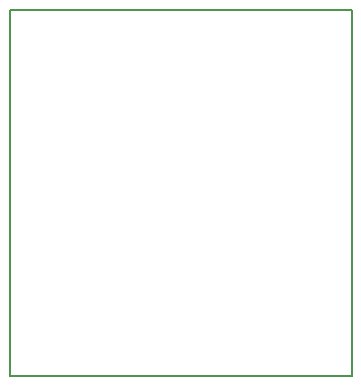
<source format=gbr>
G04 #@! TF.FileFunction,Profile,NP*
%FSLAX46Y46*%
G04 Gerber Fmt 4.6, Leading zero omitted, Abs format (unit mm)*
G04 Created by KiCad (PCBNEW 4.0.1-2.fc23-product) date Wed 16 Mar 2016 04:27:10 PM CET*
%MOMM*%
G01*
G04 APERTURE LIST*
%ADD10C,0.100000*%
%ADD11C,0.150000*%
G04 APERTURE END LIST*
D10*
D11*
X144000000Y-75000000D02*
X144000000Y-79000000D01*
X173000000Y-75000000D02*
X144000000Y-75000000D01*
X173000000Y-106000000D02*
X173000000Y-75000000D01*
X144000000Y-106000000D02*
X173000000Y-106000000D01*
X144000000Y-79000000D02*
X144000000Y-106000000D01*
M02*

</source>
